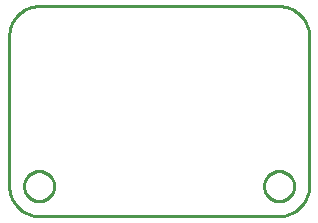
<source format=gbr>
G04 EAGLE Gerber RS-274X export*
G75*
%MOMM*%
%FSLAX34Y34*%
%LPD*%
%IN*%
%IPPOS*%
%AMOC8*
5,1,8,0,0,1.08239X$1,22.5*%
G01*
%ADD10C,0.254000*%


D10*
X0Y25400D02*
X97Y23186D01*
X386Y20989D01*
X865Y18826D01*
X1532Y16713D01*
X2380Y14666D01*
X3403Y12700D01*
X4594Y10831D01*
X5942Y9073D01*
X7440Y7440D01*
X9073Y5942D01*
X10831Y4594D01*
X12700Y3403D01*
X14666Y2380D01*
X16713Y1532D01*
X18826Y865D01*
X20989Y386D01*
X23186Y97D01*
X25400Y0D01*
X228600Y0D01*
X230814Y97D01*
X233011Y386D01*
X235174Y865D01*
X237287Y1532D01*
X239335Y2380D01*
X241300Y3403D01*
X243169Y4594D01*
X244927Y5942D01*
X246561Y7440D01*
X248058Y9073D01*
X249406Y10831D01*
X250597Y12700D01*
X251620Y14666D01*
X252468Y16713D01*
X253135Y18826D01*
X253614Y20989D01*
X253903Y23186D01*
X254000Y25400D01*
X254000Y152400D01*
X253903Y154614D01*
X253614Y156811D01*
X253135Y158974D01*
X252468Y161087D01*
X251620Y163135D01*
X250597Y165100D01*
X249406Y166969D01*
X248058Y168727D01*
X246561Y170361D01*
X244927Y171858D01*
X243169Y173206D01*
X241300Y174397D01*
X239335Y175420D01*
X237287Y176268D01*
X235174Y176935D01*
X233011Y177414D01*
X230814Y177703D01*
X228600Y177800D01*
X25400Y177800D01*
X23186Y177703D01*
X20989Y177414D01*
X18826Y176935D01*
X16713Y176268D01*
X14666Y175420D01*
X12700Y174397D01*
X10831Y173206D01*
X9073Y171858D01*
X7440Y170361D01*
X5942Y168727D01*
X4594Y166969D01*
X3403Y165100D01*
X2380Y163135D01*
X1532Y161087D01*
X865Y158974D01*
X386Y156811D01*
X97Y154614D01*
X0Y152400D01*
X0Y25400D01*
X38100Y24901D02*
X38022Y23906D01*
X37866Y22920D01*
X37633Y21950D01*
X37324Y21001D01*
X36942Y20079D01*
X36489Y19190D01*
X35968Y18339D01*
X35381Y17531D01*
X34733Y16773D01*
X34027Y16067D01*
X33269Y15419D01*
X32461Y14832D01*
X31610Y14311D01*
X30721Y13858D01*
X29799Y13476D01*
X28850Y13167D01*
X27880Y12934D01*
X26894Y12778D01*
X25899Y12700D01*
X24901Y12700D01*
X23906Y12778D01*
X22920Y12934D01*
X21950Y13167D01*
X21001Y13476D01*
X20079Y13858D01*
X19190Y14311D01*
X18339Y14832D01*
X17531Y15419D01*
X16773Y16067D01*
X16067Y16773D01*
X15419Y17531D01*
X14832Y18339D01*
X14311Y19190D01*
X13858Y20079D01*
X13476Y21001D01*
X13167Y21950D01*
X12934Y22920D01*
X12778Y23906D01*
X12700Y24901D01*
X12700Y25899D01*
X12778Y26894D01*
X12934Y27880D01*
X13167Y28850D01*
X13476Y29799D01*
X13858Y30721D01*
X14311Y31610D01*
X14832Y32461D01*
X15419Y33269D01*
X16067Y34027D01*
X16773Y34733D01*
X17531Y35381D01*
X18339Y35968D01*
X19190Y36489D01*
X20079Y36942D01*
X21001Y37324D01*
X21950Y37633D01*
X22920Y37866D01*
X23906Y38022D01*
X24901Y38100D01*
X25899Y38100D01*
X26894Y38022D01*
X27880Y37866D01*
X28850Y37633D01*
X29799Y37324D01*
X30721Y36942D01*
X31610Y36489D01*
X32461Y35968D01*
X33269Y35381D01*
X34027Y34733D01*
X34733Y34027D01*
X35381Y33269D01*
X35968Y32461D01*
X36489Y31610D01*
X36942Y30721D01*
X37324Y29799D01*
X37633Y28850D01*
X37866Y27880D01*
X38022Y26894D01*
X38100Y25899D01*
X38100Y24901D01*
X241300Y24901D02*
X241222Y23906D01*
X241066Y22920D01*
X240833Y21950D01*
X240524Y21001D01*
X240142Y20079D01*
X239689Y19190D01*
X239168Y18339D01*
X238581Y17531D01*
X237933Y16773D01*
X237227Y16067D01*
X236469Y15419D01*
X235661Y14832D01*
X234810Y14311D01*
X233921Y13858D01*
X232999Y13476D01*
X232050Y13167D01*
X231080Y12934D01*
X230094Y12778D01*
X229099Y12700D01*
X228101Y12700D01*
X227106Y12778D01*
X226120Y12934D01*
X225150Y13167D01*
X224201Y13476D01*
X223279Y13858D01*
X222390Y14311D01*
X221539Y14832D01*
X220731Y15419D01*
X219973Y16067D01*
X219267Y16773D01*
X218619Y17531D01*
X218032Y18339D01*
X217511Y19190D01*
X217058Y20079D01*
X216676Y21001D01*
X216367Y21950D01*
X216134Y22920D01*
X215978Y23906D01*
X215900Y24901D01*
X215900Y25899D01*
X215978Y26894D01*
X216134Y27880D01*
X216367Y28850D01*
X216676Y29799D01*
X217058Y30721D01*
X217511Y31610D01*
X218032Y32461D01*
X218619Y33269D01*
X219267Y34027D01*
X219973Y34733D01*
X220731Y35381D01*
X221539Y35968D01*
X222390Y36489D01*
X223279Y36942D01*
X224201Y37324D01*
X225150Y37633D01*
X226120Y37866D01*
X227106Y38022D01*
X228101Y38100D01*
X229099Y38100D01*
X230094Y38022D01*
X231080Y37866D01*
X232050Y37633D01*
X232999Y37324D01*
X233921Y36942D01*
X234810Y36489D01*
X235661Y35968D01*
X236469Y35381D01*
X237227Y34733D01*
X237933Y34027D01*
X238581Y33269D01*
X239168Y32461D01*
X239689Y31610D01*
X240142Y30721D01*
X240524Y29799D01*
X240833Y28850D01*
X241066Y27880D01*
X241222Y26894D01*
X241300Y25899D01*
X241300Y24901D01*
M02*

</source>
